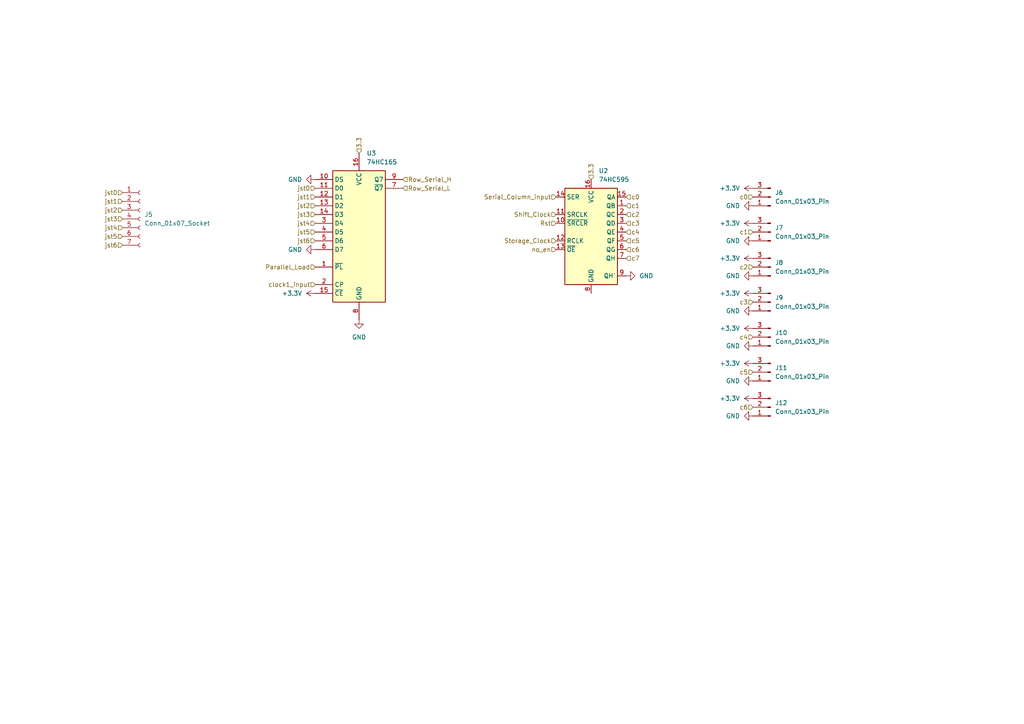
<source format=kicad_sch>
(kicad_sch (version 20231120) (generator "eeschema") (generator_version "8.0")
  (paper "A4")
  (lib_symbols
    (symbol "74xx:74HC165"
      (property "Reference" "U" (at -7.62 19.05 0))
      (property "Value" "74HC165" (at -7.62 -21.59 0))
      (symbol "74HC165_1_0"
        (pin input line (at -12.7 -10.16 0) (length 5.08) (name "~{PL}") (number "1"))
        (pin input line (at -12.7 15.24 0) (length 5.08) (name "DS") (number "10"))
        (pin input line (at -12.7 12.7 0) (length 5.08) (name "D0") (number "11"))
        (pin input line (at -12.7 10.16 0) (length 5.08) (name "D1") (number "12"))
        (pin input line (at -12.7 7.62 0) (length 5.08) (name "D2") (number "13"))
        (pin input line (at -12.7 5.08 0) (length 5.08) (name "D3") (number "14"))
        (pin input line (at -12.7 -17.78 0) (length 5.08) (name "~{CE}") (number "15"))
        (pin power_in line (at 0 22.86 270) (length 5.08) (name "VCC") (number "16"))
        (pin input line (at -12.7 -15.24 0) (length 5.08) (name "CP") (number "2"))
        (pin input line (at -12.7 2.54 0) (length 5.08) (name "D4") (number "3"))
        (pin input line (at -12.7 0 0) (length 5.08) (name "D5") (number "4"))
        (pin input line (at -12.7 -2.54 0) (length 5.08) (name "D6") (number "5"))
        (pin input line (at -12.7 -5.08 0) (length 5.08) (name "D7") (number "6"))
        (pin output line (at 12.7 12.7 180) (length 5.08) (name "~{Q7}") (number "7"))
        (pin power_in line (at 0 -25.4 90) (length 5.08) (name "GND") (number "8"))
        (pin output line (at 12.7 15.24 180) (length 5.08) (name "Q7") (number "9"))
      )
      (symbol "74HC165_1_1"
        (rectangle (start -7.62 17.78) (end 7.62 -20.32) (stroke (width 0.254)) (fill (type background)))
      )
    )
    (symbol "74xx:74HC595"
      (property "Reference" "U" (at -7.62 13.97 0))
      (property "Value" "74HC595" (at -7.62 -16.51 0))
      (symbol "74HC595_1_0"
        (pin tri_state line (at 10.16 7.62 180) (length 2.54) (name "QB") (number "1"))
        (pin input line (at -10.16 2.54 0) (length 2.54) (name "~{SRCLR}") (number "10"))
        (pin input line (at -10.16 5.08 0) (length 2.54) (name "SRCLK") (number "11"))
        (pin input line (at -10.16 -2.54 0) (length 2.54) (name "RCLK") (number "12"))
        (pin input line (at -10.16 -5.08 0) (length 2.54) (name "~{OE}") (number "13"))
        (pin input line (at -10.16 10.16 0) (length 2.54) (name "SER") (number "14"))
        (pin tri_state line (at 10.16 10.16 180) (length 2.54) (name "QA") (number "15"))
        (pin power_in line (at 0 15.24 270) (length 2.54) (name "VCC") (number "16"))
        (pin tri_state line (at 10.16 5.08 180) (length 2.54) (name "QC") (number "2"))
        (pin tri_state line (at 10.16 2.54 180) (length 2.54) (name "QD") (number "3"))
        (pin tri_state line (at 10.16 0 180) (length 2.54) (name "QE") (number "4"))
        (pin tri_state line (at 10.16 -2.54 180) (length 2.54) (name "QF") (number "5"))
        (pin tri_state line (at 10.16 -5.08 180) (length 2.54) (name "QG") (number "6"))
        (pin tri_state line (at 10.16 -7.62 180) (length 2.54) (name "QH") (number "7"))
        (pin power_in line (at 0 -17.78 90) (length 2.54) (name "GND") (number "8"))
        (pin output line (at 10.16 -12.7 180) (length 2.54) (name "QH'") (number "9"))
      )
      (symbol "74HC595_1_1"
        (rectangle (start -7.62 12.7) (end 7.62 -15.24) (stroke (width 0.254)) (fill (type background)))
      )
    )
    (symbol "Connector:Conn_01x03_Pin" (pin_names (offset 1.016) hide)
      (property "Reference" "J" (at 0 5.08 0))
      (property "Value" "Conn_01x03_Pin" (at 0 -5.08 0))
      (symbol "Conn_01x03_Pin_1_1"
        (polyline (pts (xy 1.27 -2.54) (xy 0.8636 -2.54)) (stroke (width 0.1524)))
        (polyline (pts (xy 1.27 0) (xy 0.8636 0)) (stroke (width 0.1524)))
        (polyline (pts (xy 1.27 2.54) (xy 0.8636 2.54)) (stroke (width 0.1524)))
        (rectangle (start 0.8636 -2.413) (end 0 -2.667) (stroke (width 0.1524)) (fill (type outline)))
        (rectangle (start 0.8636 0.127) (end 0 -0.127) (stroke (width 0.1524)) (fill (type outline)))
        (rectangle (start 0.8636 2.667) (end 0 2.413) (stroke (width 0.1524)) (fill (type outline)))
        (pin passive line (at 5.08 2.54 180) (length 3.81) (name "Pin_1") (number "1"))
        (pin passive line (at 5.08 0 180) (length 3.81) (name "Pin_2") (number "2"))
        (pin passive line (at 5.08 -2.54 180) (length 3.81) (name "Pin_3") (number "3"))
      )
    )
    (symbol "Connector:Conn_01x07_Socket" (pin_names (offset 1.016) hide)
      (property "Reference" "J" (at 0 10.16 0))
      (property "Value" "Conn_01x07_Socket" (at 0 -10.16 0))
      (symbol "Conn_01x07_Socket_1_1"
        (arc (start 0 -7.112) (mid -0.5058 -7.62) (end 0 -8.128) (stroke (width 0.1524)))
        (arc (start 0 -4.572) (mid -0.5058 -5.08) (end 0 -5.588) (stroke (width 0.1524)))
        (arc (start 0 -2.032) (mid -0.5058 -2.54) (end 0 -3.048) (stroke (width 0.1524)))
        (polyline (pts (xy -1.27 -7.62) (xy -0.508 -7.62)) (stroke (width 0.1524)))
        (polyline (pts (xy -1.27 -5.08) (xy -0.508 -5.08)) (stroke (width 0.1524)))
        (polyline (pts (xy -1.27 -2.54) (xy -0.508 -2.54)) (stroke (width 0.1524)))
        (polyline (pts (xy -1.27 0) (xy -0.508 0)) (stroke (width 0.1524)))
        (polyline (pts (xy -1.27 2.54) (xy -0.508 2.54)) (stroke (width 0.1524)))
        (polyline (pts (xy -1.27 5.08) (xy -0.508 5.08)) (stroke (width 0.1524)))
        (polyline (pts (xy -1.27 7.62) (xy -0.508 7.62)) (stroke (width 0.1524)))
        (arc (start 0 0.508) (mid -0.5058 0) (end 0 -0.508) (stroke (width 0.1524)))
        (arc (start 0 3.048) (mid -0.5058 2.54) (end 0 2.032) (stroke (width 0.1524)))
        (arc (start 0 5.588) (mid -0.5058 5.08) (end 0 4.572) (stroke (width 0.1524)))
        (arc (start 0 8.128) (mid -0.5058 7.62) (end 0 7.112) (stroke (width 0.1524)))
        (pin passive line (at -5.08 7.62 0) (length 3.81) (name "Pin_1") (number "1"))
        (pin passive line (at -5.08 5.08 0) (length 3.81) (name "Pin_2") (number "2"))
        (pin passive line (at -5.08 2.54 0) (length 3.81) (name "Pin_3") (number "3"))
        (pin passive line (at -5.08 0 0) (length 3.81) (name "Pin_4") (number "4"))
        (pin passive line (at -5.08 -2.54 0) (length 3.81) (name "Pin_5") (number "5"))
        (pin passive line (at -5.08 -5.08 0) (length 3.81) (name "Pin_6") (number "6"))
        (pin passive line (at -5.08 -7.62 0) (length 3.81) (name "Pin_7") (number "7"))
      )
    )
    (symbol "power:+3.3V" (power) (pin_numbers hide) (pin_names (offset 0) hide)
      (property "Value" "+3.3V" (at 0 3.556 0))
      (symbol "+3.3V_0_1"
        (polyline (pts (xy -0.762 1.27) (xy 0 2.54)))
        (polyline (pts (xy 0 0) (xy 0 2.54)))
        (polyline (pts (xy 0 2.54) (xy 0.762 1.27)))
      )
      (symbol "+3.3V_1_1"
        (pin power_in line (at 0 0 90) (length 0) (name "~") (number "1"))
      )
    )
    (symbol "power:GND" (power) (pin_numbers hide) (pin_names (offset 0) hide)
      (property "Value" "GND" (at 0 -3.81 0))
      (symbol "GND_0_1"
        (polyline (pts (xy 0 0) (xy 0 -1.27) (xy 1.27 -1.27) (xy 0 -2.54) (xy -1.27 -1.27) (xy 0 -1.27)))
      )
      (symbol "GND_1_1"
        (pin power_in line (at 0 0 270) (length 0) (name "~") (number "1"))
      )
    )
  )
  (hierarchical_label "jst3" (shape input) (at 35.56 63.5 180))
  (hierarchical_label "jst6" (shape input) (at 91.44 69.85 180))
  (hierarchical_label "jst0" (shape input) (at 35.56 55.88 180))
  (hierarchical_label "jst4" (shape input) (at 91.44 64.77 180))
  (hierarchical_label "jst4" (shape input) (at 35.56 66.04 180))
  (hierarchical_label "Serial_Column_input" (shape input) (at 161.29 57.15 180))
  (hierarchical_label "c4" (shape input) (at 218.44 97.79 180))
  (hierarchical_label "Shift_Clock" (shape input) (at 161.29 62.23 180))
  (hierarchical_label "c3" (shape input) (at 181.61 64.77 0))
  (hierarchical_label "c0" (shape input) (at 218.44 57.15 180))
  (hierarchical_label "c6" (shape input) (at 181.61 72.39 0))
  (hierarchical_label "c5" (shape input) (at 181.61 69.85 0))
  (hierarchical_label "c1" (shape input) (at 218.44 67.31 180))
  (hierarchical_label "no_en" (shape input) (at 161.29 72.39 180))
  (hierarchical_label "c3" (shape input) (at 218.44 87.63 180))
  (hierarchical_label "c2" (shape input) (at 181.61 62.23 0))
  (hierarchical_label "jst5" (shape input) (at 35.56 68.58 180))
  (hierarchical_label "c5" (shape input) (at 218.44 107.95 180))
  (hierarchical_label "jst0" (shape input) (at 91.44 54.61 180))
  (hierarchical_label "jst3" (shape input) (at 91.44 62.23 180))
  (hierarchical_label "jst2" (shape input) (at 91.44 59.69 180))
  (hierarchical_label "jst1" (shape input) (at 35.56 58.42 180))
  (hierarchical_label "clock1_input" (shape input) (at 91.44 82.55 180))
  (hierarchical_label "jst6" (shape input) (at 35.56 71.12 180))
  (hierarchical_label "jst1" (shape input) (at 91.44 57.15 180))
  (hierarchical_label "Storage_Clock" (shape input) (at 161.29 69.85 180))
  (hierarchical_label "3.3" (shape input) (at 104.14 44.45 90))
  (hierarchical_label "Parallel_Load" (shape input) (at 91.44 77.47 180))
  (hierarchical_label "c7" (shape input) (at 181.61 74.93 0))
  (hierarchical_label "c1" (shape input) (at 181.61 59.69 0))
  (hierarchical_label "c0" (shape input) (at 181.61 57.15 0))
  (hierarchical_label "c6" (shape input) (at 218.44 118.11 180))
  (hierarchical_label "Row_Serial_H" (shape input) (at 116.84 52.07 0))
  (hierarchical_label "c2" (shape input) (at 218.44 77.47 180))
  (hierarchical_label "jst5" (shape input) (at 91.44 67.31 180))
  (hierarchical_label "c4" (shape input) (at 181.61 67.31 0))
  (hierarchical_label "jst2" (shape input) (at 35.56 60.96 180))
  (hierarchical_label "Row_Serial_L" (shape input) (at 116.84 54.61 0))
  (hierarchical_label "Rst" (shape input) (at 161.29 64.77 180))
  (hierarchical_label "3.3" (shape input) (at 171.45 52.07 90))
  (symbol (lib_id "power:+3.3V") (at 218.44 95.25 90) (unit 1)
    (property "Reference" "#PWR046" (effects (hide yes)))
    (property "Value" "+3.3V" (at 214.63 95.2499 90) (effects (justify left)))
    (property "Description" "Power symbol creates a global label with name \"+3.3V\"" (effects (hide yes)))
  )
  (symbol (lib_id "power:GND") (at 91.44 52.07 270) (unit 1)
    (property "Reference" "#PWR035" (effects (hide yes)))
    (property "Value" "GND" (at 87.63 52.0699 90) (effects (justify right)))
    (property "Description" "Power symbol creates a global label with name \"GND\" , ground" (effects (hide yes)))
  )
  (symbol (lib_id "power:GND") (at 181.61 80.01 90) (unit 1)
    (property "Reference" "#PWR036" (effects (hide yes)))
    (property "Value" "GND" (at 185.42 80.0099 90) (effects (justify right)))
    (property "Description" "Power symbol creates a global label with name \"GND\" , ground" (effects (hide yes)))
  )
  (symbol (lib_id "74xx:74HC165") (at 104.14 67.31 0) (unit 1)
    (property "Reference" "U3" (at 106.3341 44.45 0) (effects (justify left)))
    (property "Value" "74HC165" (at 106.3341 46.99 0) (effects (justify left)))
    (property "Datasheet" "https://assets.nexperia.com/documents/data-sheet/74HC_HCT165.pdf" (effects (hide yes)))
    (property "Description" "Shift Register, 8-bit, Parallel Load" (effects (hide yes)))
  )
  (symbol (lib_id "Connector:Conn_01x03_Pin") (at 223.52 77.47 180) (unit 1)
    (property "Reference" "J8" (at 224.79 76.1999 0) (effects (justify right)))
    (property "Value" "Conn_01x03_Pin" (at 224.79 78.7399 0) (effects (justify right)))
    (property "Description" "Generic connector, single row, 01x03, script generated" (effects (hide yes)))
  )
  (symbol (lib_id "Connector:Conn_01x03_Pin") (at 223.52 118.11 180) (unit 1)
    (property "Reference" "J12" (at 224.79 116.8399 0) (effects (justify right)))
    (property "Value" "Conn_01x03_Pin" (at 224.79 119.3799 0) (effects (justify right)))
    (property "Description" "Generic connector, single row, 01x03, script generated" (effects (hide yes)))
  )
  (symbol (lib_id "Connector:Conn_01x03_Pin") (at 223.52 57.15 180) (unit 1)
    (property "Reference" "J6" (at 224.79 55.8799 0) (effects (justify right)))
    (property "Value" "Conn_01x03_Pin" (at 224.79 58.4199 0) (effects (justify right)))
    (property "Description" "Generic connector, single row, 01x03, script generated" (effects (hide yes)))
  )
  (symbol (lib_id "power:GND") (at 218.44 80.01 270) (unit 1)
    (property "Reference" "#PWR043" (effects (hide yes)))
    (property "Value" "GND" (at 214.63 80.0099 90) (effects (justify right)))
    (property "Description" "Power symbol creates a global label with name \"GND\" , ground" (effects (hide yes)))
  )
  (symbol (lib_id "power:+3.3V") (at 218.44 74.93 90) (unit 1)
    (property "Reference" "#PWR042" (effects (hide yes)))
    (property "Value" "+3.3V" (at 214.63 74.9299 90) (effects (justify left)))
    (property "Description" "Power symbol creates a global label with name \"+3.3V\"" (effects (hide yes)))
  )
  (symbol (lib_id "power:GND") (at 218.44 59.69 270) (unit 1)
    (property "Reference" "#PWR039" (effects (hide yes)))
    (property "Value" "GND" (at 214.63 59.6899 90) (effects (justify right)))
    (property "Description" "Power symbol creates a global label with name \"GND\" , ground" (effects (hide yes)))
  )
  (symbol (lib_id "Connector:Conn_01x03_Pin") (at 223.52 107.95 180) (unit 1)
    (property "Reference" "J11" (at 224.79 106.6799 0) (effects (justify right)))
    (property "Value" "Conn_01x03_Pin" (at 224.79 109.2199 0) (effects (justify right)))
    (property "Description" "Generic connector, single row, 01x03, script generated" (effects (hide yes)))
  )
  (symbol (lib_id "power:+3.3V") (at 218.44 105.41 90) (unit 1)
    (property "Reference" "#PWR048" (effects (hide yes)))
    (property "Value" "+3.3V" (at 214.63 105.4099 90) (effects (justify left)))
    (property "Description" "Power symbol creates a global label with name \"+3.3V\"" (effects (hide yes)))
  )
  (symbol (lib_id "power:+3.3V") (at 218.44 115.57 90) (unit 1)
    (property "Reference" "#PWR050" (effects (hide yes)))
    (property "Value" "+3.3V" (at 214.63 115.5699 90) (effects (justify left)))
    (property "Description" "Power symbol creates a global label with name \"+3.3V\"" (effects (hide yes)))
  )
  (symbol (lib_id "power:+3.3V") (at 91.44 85.09 90) (unit 1)
    (property "Reference" "#PWR032" (effects (hide yes)))
    (property "Value" "+3.3V" (at 87.63 85.0899 90) (effects (justify left)))
    (property "Description" "Power symbol creates a global label with name \"+3.3V\"" (effects (hide yes)))
  )
  (symbol (lib_id "Connector:Conn_01x03_Pin") (at 223.52 67.31 180) (unit 1)
    (property "Reference" "J7" (at 224.79 66.0399 0) (effects (justify right)))
    (property "Value" "Conn_01x03_Pin" (at 224.79 68.5799 0) (effects (justify right)))
    (property "Description" "Generic connector, single row, 01x03, script generated" (effects (hide yes)))
  )
  (symbol (lib_id "power:GND") (at 218.44 69.85 270) (unit 1)
    (property "Reference" "#PWR041" (effects (hide yes)))
    (property "Value" "GND" (at 214.63 69.8499 90) (effects (justify right)))
    (property "Description" "Power symbol creates a global label with name \"GND\" , ground" (effects (hide yes)))
  )
  (symbol (lib_id "Connector:Conn_01x07_Socket") (at 40.64 63.5 0) (unit 1)
    (property "Reference" "J5" (at 41.91 62.2299 0) (effects (justify left)))
    (property "Value" "Conn_01x07_Socket" (at 41.91 64.7699 0) (effects (justify left)))
    (property "Description" "Generic connector, single row, 01x07, script generated" (effects (hide yes)))
  )
  (symbol (lib_id "power:+3.3V") (at 218.44 85.09 90) (unit 1)
    (property "Reference" "#PWR044" (effects (hide yes)))
    (property "Value" "+3.3V" (at 214.63 85.0899 90) (effects (justify left)))
    (property "Description" "Power symbol creates a global label with name \"+3.3V\"" (effects (hide yes)))
  )
  (symbol (lib_id "Connector:Conn_01x03_Pin") (at 223.52 87.63 180) (unit 1)
    (property "Reference" "J9" (at 224.79 86.3599 0) (effects (justify right)))
    (property "Value" "Conn_01x03_Pin" (at 224.79 88.8999 0) (effects (justify right)))
    (property "Description" "Generic connector, single row, 01x03, script generated" (effects (hide yes)))
  )
  (symbol (lib_id "power:GND") (at 218.44 100.33 270) (unit 1)
    (property "Reference" "#PWR047" (effects (hide yes)))
    (property "Value" "GND" (at 214.63 100.3299 90) (effects (justify right)))
    (property "Description" "Power symbol creates a global label with name \"GND\" , ground" (effects (hide yes)))
  )
  (symbol (lib_id "74xx:74HC595") (at 171.45 67.31 0) (unit 1)
    (property "Reference" "U2" (at 173.6441 49.53 0) (effects (justify left)))
    (property "Value" "74HC595" (at 173.6441 52.07 0) (effects (justify left)))
    (property "Datasheet" "http://www.ti.com/lit/ds/symlink/sn74hc595.pdf" (effects (hide yes)))
    (property "Description" "8-bit serial in/out Shift Register 3-State Outputs" (effects (hide yes)))
  )
  (symbol (lib_id "power:GND") (at 104.14 92.71 0) (unit 1)
    (property "Reference" "#PWR034" (effects (hide yes)))
    (property "Value" "GND" (at 104.14 97.79 0))
    (property "Description" "Power symbol creates a global label with name \"GND\" , ground" (effects (hide yes)))
  )
  (symbol (lib_id "Connector:Conn_01x03_Pin") (at 223.52 97.79 180) (unit 1)
    (property "Reference" "J10" (at 224.79 96.5199 0) (effects (justify right)))
    (property "Value" "Conn_01x03_Pin" (at 224.79 99.0599 0) (effects (justify right)))
    (property "Description" "Generic connector, single row, 01x03, script generated" (effects (hide yes)))
  )
  (symbol (lib_id "power:GND") (at 218.44 110.49 270) (unit 1)
    (property "Reference" "#PWR049" (effects (hide yes)))
    (property "Value" "GND" (at 214.63 110.4899 90) (effects (justify right)))
    (property "Description" "Power symbol creates a global label with name \"GND\" , ground" (effects (hide yes)))
  )
  (symbol (lib_id "power:GND") (at 91.44 72.39 270) (unit 1)
    (property "Reference" "#PWR033" (effects (hide yes)))
    (property "Value" "GND" (at 87.63 72.3899 90) (effects (justify right)))
    (property "Description" "Power symbol creates a global label with name \"GND\" , ground" (effects (hide yes)))
  )
  (symbol (lib_id "power:+3.3V") (at 218.44 64.77 90) (unit 1)
    (property "Reference" "#PWR040" (effects (hide yes)))
    (property "Value" "+3.3V" (at 214.63 64.7699 90) (effects (justify left)))
    (property "Description" "Power symbol creates a global label with name \"+3.3V\"" (effects (hide yes)))
  )
  (symbol (lib_id "power:GND") (at 218.44 90.17 270) (unit 1)
    (property "Reference" "#PWR045" (effects (hide yes)))
    (property "Value" "GND" (at 214.63 90.1699 90) (effects (justify right)))
    (property "Description" "Power symbol creates a global label with name \"GND\" , ground" (effects (hide yes)))
  )
  (symbol (lib_id "power:GND") (at 218.44 120.65 270) (unit 1)
    (property "Reference" "#PWR051" (effects (hide yes)))
    (property "Value" "GND" (at 214.63 120.6499 90) (effects (justify right)))
    (property "Description" "Power symbol creates a global label with name \"GND\" , ground" (effects (hide yes)))
  )
  (symbol (lib_id "power:+3.3V") (at 218.44 54.61 90) (unit 1)
    (property "Reference" "#PWR038" (effects (hide yes)))
    (property "Value" "+3.3V" (at 214.63 54.6099 90) (effects (justify left)))
    (property "Description" "Power symbol creates a global label with name \"+3.3V\"" (effects (hide yes)))
  )
)
</source>
